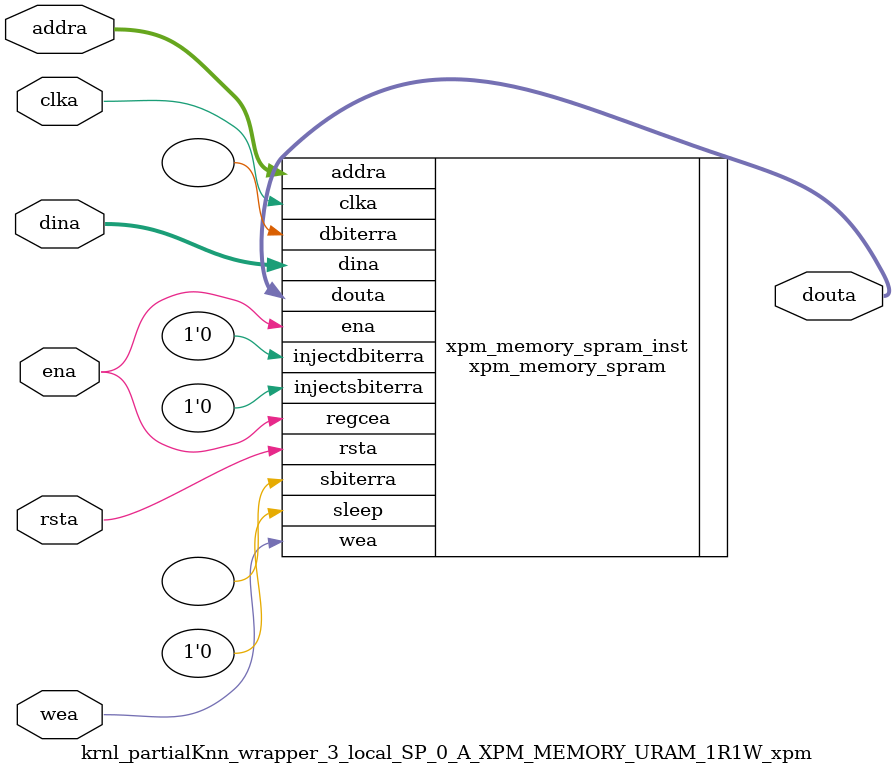
<source format=v>
`timescale 1 ns / 1 ps
module krnl_partialKnn_wrapper_3_local_SP_0_A_XPM_MEMORY_URAM_1R1W_xpm # (
  // Common module parameters
  parameter integer                 MEMORY_SIZE        = 524288,
  parameter                         MEMORY_PRIMITIVE   = "ultra",
  parameter                         ECC_MODE           = "no_ecc",
  parameter                         MEMORY_INIT_FILE   = "none",
  parameter                         WAKEUP_TIME        = "disable_sleep",
  parameter integer                 MESSAGE_CONTROL    = 0,
  // Port A module parameters
  parameter integer                 WRITE_DATA_WIDTH_A = 256,
  parameter integer                 READ_DATA_WIDTH_A  = WRITE_DATA_WIDTH_A,
  parameter integer                 BYTE_WRITE_WIDTH_A = WRITE_DATA_WIDTH_A,
  parameter integer                 ADDR_WIDTH_A       = 11,
  parameter                         READ_RESET_VALUE_A = "0",
  parameter integer                 READ_LATENCY_A     = 1,
  parameter                         WRITE_MODE_A       = "read_first"
) (
  // Port A module ports
  input  wire                                               clka,
  input  wire                                               rsta,
  input  wire                                               ena,
  input  wire [(WRITE_DATA_WIDTH_A/BYTE_WRITE_WIDTH_A)-1:0] wea,
  input  wire [ADDR_WIDTH_A-1:0]                            addra,
  input  wire [WRITE_DATA_WIDTH_A-1:0]                      dina,
  output wire [READ_DATA_WIDTH_A-1:0]                       douta
);
// Set parameter values and connect ports to instantiate an XPM_MEMORY single port RAM configuration
xpm_memory_spram # (
  // Common module parameters
  .MEMORY_SIZE        (MEMORY_SIZE),   //positive integer
  .MEMORY_PRIMITIVE   (MEMORY_PRIMITIVE),      //string; "auto", "distributed", "block" or "ultra";
  .ECC_MODE           (ECC_MODE),      //do not change
  .MEMORY_INIT_FILE   (MEMORY_INIT_FILE), //string; "none" or "<filename>.mem" 
  .MEMORY_INIT_PARAM  (""), //string;
  .WAKEUP_TIME        (WAKEUP_TIME),      //string; "disable_sleep" or "use_sleep_pin"
  .MESSAGE_CONTROL    (MESSAGE_CONTROL),      //do not change
  // Port A module parameters
  .WRITE_DATA_WIDTH_A (WRITE_DATA_WIDTH_A),     //positive integer
  .READ_DATA_WIDTH_A  (READ_DATA_WIDTH_A),     //positive integer
  .BYTE_WRITE_WIDTH_A (BYTE_WRITE_WIDTH_A),     //integer; 8, 9, or WRITE_DATA_WIDTH_A value
  .ADDR_WIDTH_A       (ADDR_WIDTH_A),      //positive integer
  .READ_RESET_VALUE_A (READ_RESET_VALUE_A),  //string
  .READ_LATENCY_A     (READ_LATENCY_A),      //non-negative integer
  .WRITE_MODE_A       (WRITE_MODE_A)       //string; "write_first", "read_first", "no_change"
) xpm_memory_spram_inst (
  // Common module ports
  .sleep          (1'b0),  //do not change
  // Port A module ports
  .clka           (clka),
  .rsta           (rsta),
  .ena            (ena),
  .regcea         (ena),
  .wea            (wea),
  .addra          (addra),
  .dina           (dina),
  .injectsbiterra (1'b0),  //do not change
  .injectdbiterra (1'b0),  //do not change
  .douta          (douta),
  .sbiterra       (),      //do not change
  .dbiterra       ()       //do not change
);
endmodule
</source>
